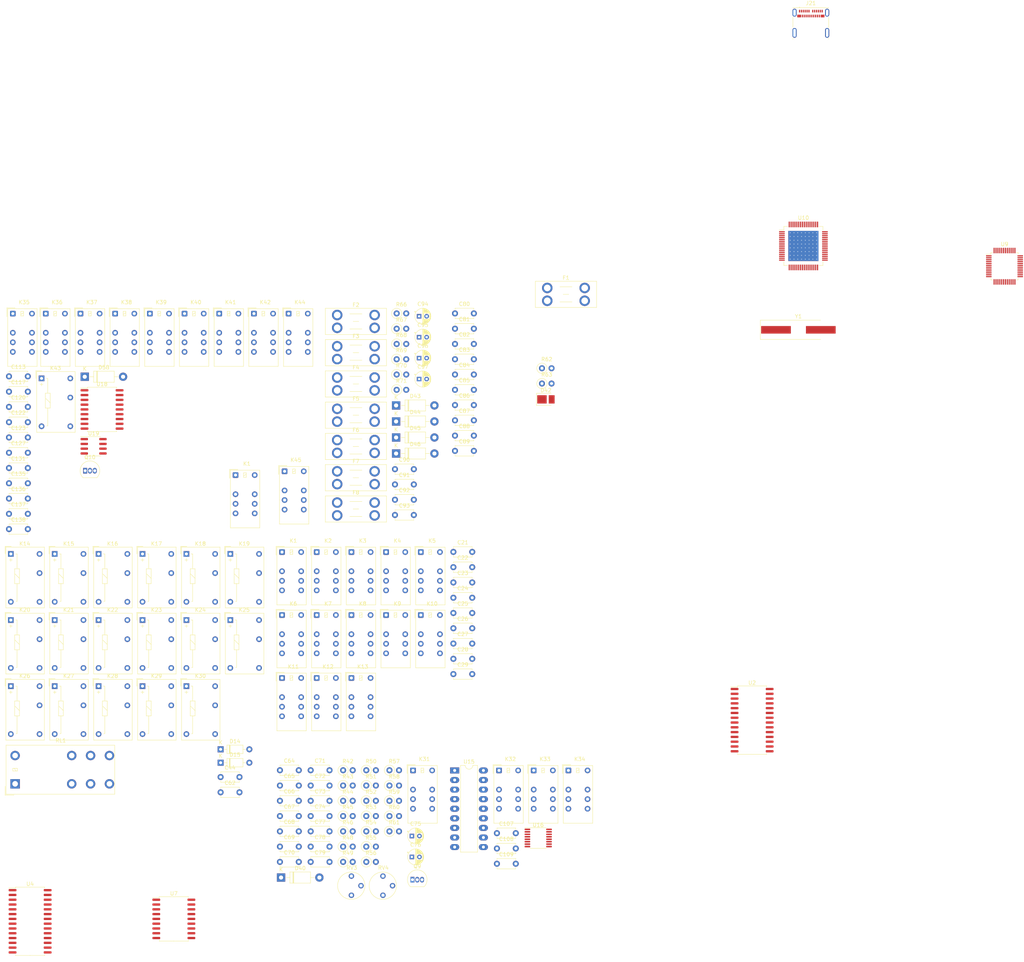
<source format=kicad_pcb>
(kicad_pcb (version 20240108) (generator "pcbnew") (generator_version "8.0")
  (layers (0 "F.Cu" signal) (31 "B.Cu" signal) (34 "B.Paste" user) (35 "F.Paste" user) (36 "B.SilkS" user "B.Silkscreen") (37 "F.SilkS" user "F.Silkscreen") (38 "B.Mask" user) (39 "F.Mask" user) (44 "Edge.Cuts" user))
  (net 0 "")
  (net 1 "Earth")
  (net 2 "+12V")
  (net 3 "Net-(D8-K)")
  (net 4 "+5V")
  (net 5 "Net-(D9-K)")
  (net 6 "Net-(D10-K)")
  (net 7 "Net-(D11-K)")
  (net 8 "Net-(D12-K)")
  (net 9 "Net-(D13-K)")
  (net 10 "Net-(J13-In)")
  (net 11 "Net-(C64-Pad2)")
  (net 12 "Net-(T2-SD)")
  (net 13 "Net-(T2-AA)")
  (net 14 "Net-(C66-Pad2)")
  (net 15 "Net-(T2-AB)")
  (net 16 "Net-(C67-Pad2)")
  (net 17 "Net-(C69-Pad2)")
  (net 18 "Net-(T3-AA)")
  (net 19 "Net-(C70-Pad2)")
  (net 20 "Net-(T3-AB)")
  (net 21 "Net-(C71-Pad2)")
  (net 22 "Net-(C72-Pad1)")
  (net 23 "Net-(C73-Pad2)")
  (net 24 "Net-(C74-Pad2)")
  (net 25 "Net-(C75-Pad1)")
  (net 26 "+BATT")
  (net 27 "Net-(Q9-E)")
  (net 28 "+1V1")
  (net 29 "+3.3V")
  (net 30 "Net-(U10-XI)")
  (net 31 "Net-(U10-XO)")
  (net 32 "Net-(C86-Pad1)")
  (net 33 "Net-(C87-Pad1)")
  (net 34 "Net-(C88-Pad1)")
  (net 35 "GND")
  (net 36 "Net-(U12-EN)")
  (net 37 "Net-(U12-VBST)")
  (net 38 "Net-(U12-SW)")
  (net 39 "Net-(C93-Pad1)")
  (net 40 "Net-(D43-A)")
  (net 41 "Net-(J29-Pin_8)")
  (net 42 "Net-(D50-K)")
  (net 43 "Net-(D51-K)")
  (net 44 "Net-(D52-K)")
  (net 45 "Net-(D53-K)")
  (net 46 "Net-(D54-K)")
  (net 47 "Net-(D55-K)")
  (net 48 "Net-(D56-K)")
  (net 49 "Net-(D57-K)")
  (net 50 "Net-(D60-K)")
  (net 51 "Net-(D14-K)")
  (net 52 "Net-(D14-A)")
  (net 53 "Net-(D15-K)")
  (net 54 "Net-(D15-A)")
  (net 55 "Net-(D40-K)")
  (net 56 "Net-(D40-A)")
  (net 57 "Net-(D42-A)")
  (net 58 "Net-(D44-A)")
  (net 59 "Net-(D45-A)")
  (net 60 "Net-(D46-A)")
  (net 61 "Net-(D58-K)")
  (net 62 "Net-(J20-VBUS1)")
  (net 63 "-BATT")
  (net 64 "Net-(D43-K)")
  (net 65 "Net-(JP2-C)")
  (net 66 "Net-(JP1-C)")
  (net 69 "Net-(K1-Pad10)")
  (net 70 "Net-(J4-In)")
  (net 71 "Net-(C7-Pad1)")
  (net 72 "Net-(C14-Pad2)")
  (net 73 "Net-(K1-Pad9)")
  (net 74 "Net-(D1-K)")
  (net 75 "Net-(K2-Pad10)")
  (net 76 "Net-(J2-In)")
  (net 77 "Net-(J1-In)")
  (net 78 "Net-(K2-Pad9)")
  (net 79 "Net-(D2-K)")
  (net 80 "Net-(K3-Pad10)")
  (net 81 "Net-(C1-Pad1)")
  (net 82 "Net-(C15-Pad1)")
  (net 83 "Net-(K3-Pad9)")
  (net 84 "Net-(D3-K)")
  (net 85 "Net-(K4-Pad10)")
  (net 86 "Net-(C2-Pad1)")
  (net 87 "Net-(C16-Pad1)")
  (net 88 "Net-(K4-Pad9)")
  (net 89 "Net-(D4-K)")
  (net 90 "Net-(K5-Pad10)")
  (net 91 "Net-(C3-Pad1)")
  (net 92 "Net-(C17-Pad1)")
  (net 93 "Net-(K5-Pad9)")
  (net 94 "Net-(D5-K)")
  (net 95 "Net-(K6-Pad10)")
  (net 96 "Net-(C4-Pad1)")
  (net 97 "Net-(C18-Pad1)")
  (net 98 "Net-(K6-Pad9)")
  (net 99 "Net-(D6-K)")
  (net 100 "Net-(K7-Pad10)")
  (net 101 "Net-(C5-Pad1)")
  (net 102 "Net-(C19-Pad1)")
  (net 103 "Net-(K7-Pad9)")
  (net 104 "Net-(D7-K)")
  (net 105 "Net-(K8-Pad10)")
  (net 106 "Net-(C6-Pad1)")
  (net 107 "Net-(C20-Pad1)")
  (net 108 "Net-(J3-In)")
  (net 109 "Net-(K9-Pad10)")
  (net 110 "Net-(K10-Pad9)")
  (net 111 "Net-(C35-Pad1)")
  (net 112 "Net-(C30-Pad2)")
  (net 113 "Net-(J6-In)")
  (net 114 "Net-(K10-Pad10)")
  (net 115 "Net-(K10-Pad4)")
  (net 116 "Net-(C36-Pad1)")
  (net 117 "Net-(C31-Pad2)")
  (net 118 "Net-(K11-Pad10)")
  (net 119 "Net-(K11-Pad4)")
  (net 120 "Net-(C37-Pad1)")
  (net 121 "Net-(C32-Pad2)")
  (net 122 "Net-(K12-Pad10)")
  (net 123 "Net-(K12-Pad4)")
  (net 124 "Net-(C38-Pad1)")
  (net 125 "Net-(C33-Pad2)")
  (net 126 "Net-(K13-Pad10)")
  (net 128 "Net-(C39-Pad1)")
  (net 129 "Net-(C34-Pad2)")
  (net 130 "Net-(U5-O5)")
  (net 131 "Net-(K14-Pad7)")
  (net 133 "Net-(C48-Pad1)")
  (net 134 "Net-(U5-O6)")
  (net 136 "Net-(C53-Pad1)")
  (net 137 "Net-(U5-O7)")
  (net 139 "Net-(C49-Pad1)")
  (net 140 "Net-(U5-O8)")
  (net 142 "Net-(C51-Pad1)")
  (net 143 "Net-(U5-O1)")
  (net 145 "Net-(C58-Pad1)")
  (net 146 "Net-(U5-O2)")
  (net 148 "Net-(C56-Pad1)")
  (net 149 "Net-(U5-O3)")
  (net 151 "Net-(C60-Pad1)")
  (net 152 "Net-(U5-O4)")
  (net 154 "Net-(C57-Pad1)")
  (net 155 "Net-(U6-O7)")
  (net 156 "Net-(K22-Pad10)")
  (net 157 "Net-(K22-Pad12)")
  (net 158 "Net-(U8-O5)")
  (net 159 "Net-(K23-Pad7)")
  (net 160 "Net-(K23-Pad10)")
  (net 162 "Net-(U8-O6)")
  (net 163 "Net-(K24-Pad7)")
  (net 165 "Net-(U8-O7)")
  (net 167 "Net-(U8-O8)")
  (net 168 "Net-(K26-Pad10)")
  (net 170 "Net-(U8-O2)")
  (net 171 "Net-(K27-Pad7)")
  (net 173 "Net-(U8-O3)")
  (net 174 "Net-(K28-Pad7)")
  (net 176 "Net-(U8-O4)")
  (net 178 "Net-(U8-O1)")
  (net 179 "Net-(K30-Pad10)")
  (net 181 "Net-(JP4-C)")
  (net 182 "Net-(J17-In)")
  (net 183 "Net-(J15-In)")
  (net 184 "Net-(J14-In)")
  (net 185 "Net-(K32-Pad10)")
  (net 186 "Net-(K32-Pad4)")
  (net 187 "Net-(C98-Pad1)")
  (net 188 "Net-(C104-Pad1)")
  (net 190 "Net-(D47-K)")
  (net 191 "Net-(K33-Pad10)")
  (net 192 "Net-(K33-Pad4)")
  (net 193 "Net-(C99-Pad1)")
  (net 194 "Net-(C105-Pad1)")
  (net 195 "Net-(D48-K)")
  (net 196 "Net-(K34-Pad10)")
  (net 198 "Net-(C100-Pad1)")
  (net 199 "Net-(C106-Pad1)")
  (net 200 "Net-(D49-K)")
  (net 201 "Net-(K35-Pad10)")
  (net 202 "Net-(K35-Pad4)")
  (net 203 "Net-(C110-Pad1)")
  (net 204 "Net-(C111-Pad1)")
  (net 205 "Net-(J30-In)")
  (net 206 "Net-(K36-Pad10)")
  (net 207 "Net-(K36-Pad4)")
  (net 208 "Net-(C114-Pad1)")
  (net 209 "Net-(C115-Pad1)")
  (net 210 "Net-(K37-Pad10)")
  (net 211 "Net-(K37-Pad4)")
  (net 212 "Net-(C118-Pad1)")
  (net 213 "Net-(C119-Pad1)")
  (net 214 "Net-(K38-Pad10)")
  (net 215 "Net-(K38-Pad4)")
  (net 216 "Net-(C124-Pad1)")
  (net 217 "Net-(C125-Pad1)")
  (net 218 "Net-(K39-Pad10)")
  (net 219 "Net-(K39-Pad4)")
  (net 220 "Net-(C128-Pad1)")
  (net 221 "Net-(C129-Pad1)")
  (net 222 "Net-(K40-Pad10)")
  (net 223 "Net-(K40-Pad4)")
  (net 224 "Net-(C132-Pad1)")
  (net 225 "Net-(C133-Pad1)")
  (net 226 "Net-(K41-Pad10)")
  (net 228 "Net-(J32-In)")
  (net 229 "Net-(J33-In)")
  (net 230 "Net-(K42-Pad10)")
  (net 231 "Net-(J36-In)")
  (net 232 "Net-(J34-In)")
  (net 233 "Net-(J35-In)")
  (net 238 "Net-(K44-Pad10)")
  (net 240 "Net-(C140-Pad1)")
  (net 241 "Net-(C139-Pad2)")
  (net 243 "Net-(Q9-B)")
  (net 246 "Net-(Q10-K)")
  (net 247 "Net-(R42-Pad2)")
  (net 248 "Net-(T2-SA)")
  (net 249 "Net-(Q2-Pad1)")
  (net 250 "Net-(R46-Pad2)")
  (net 251 "Net-(Q3-Pad1)")
  (net 252 "Net-(Q4-Pad1)")
  (net 253 "Net-(T3-SD)")
  (net 254 "Net-(T3-SA)")
  (net 255 "Net-(Q5-Pad1)")
  (net 256 "Net-(Q6-Pad1)")
  (net 257 "Net-(R56-Pad2)")
  (net 258 "Net-(T4-AB)")
  (net 259 "Net-(T4-AA)")
  (net 260 "Net-(R61-Pad1)")
  (net 261 "Net-(U10-USB_R1)")
  (net 262 "Net-(U12-VFB)")
  (net 263 "Net-(RL1-Pad2)")
  (net 264 "Net-(J12-In)")
  (net 265 "Net-(J11-In)")
  (net 266 "Net-(D31-K)")
  (net 267 "Net-(U2-GPB0)")
  (net 268 "Net-(U2-GPB1)")
  (net 269 "Net-(U2-GPB2)")
  (net 270 "Net-(U2-GPB3)")
  (net 271 "Net-(U2-GPB4)")
  (net 272 "Net-(U2-GPB5)")
  (net 273 "Net-(U2-GPB6)")
  (net 274 "Net-(U2-GPB7)")
  (net 276 "Net-(J5-Pin_7)")
  (net 277 "Net-(J5-Pin_5)")
  (net 282 "Net-(U1-I1)")
  (net 283 "Net-(U1-I2)")
  (net 284 "Net-(U1-I3)")
  (net 285 "Net-(U1-I4)")
  (net 286 "Net-(U1-I5)")
  (net 287 "Net-(U1-I6)")
  (net 288 "Net-(U1-I7)")
  (net 289 "Net-(U1-I8)")
  (net 290 "Net-(U4-GPB0)")
  (net 291 "Net-(U4-GPB1)")
  (net 292 "Net-(U4-GPB2)")
  (net 293 "Net-(U4-GPB3)")
  (net 294 "Net-(U4-GPB4)")
  (net 295 "Net-(U4-GPB5)")
  (net 296 "Net-(U4-GPB6)")
  (net 297 "Net-(U4-GPB7)")
  (net 299 "Net-(J10-Pin_7)")
  (net 300 "Net-(J10-Pin_5)")
  (net 305 "Net-(U4-GPA0)")
  (net 306 "Net-(U4-GPA1)")
  (net 307 "Net-(U4-GPA2)")
  (net 308 "Net-(U4-GPA3)")
  (net 309 "Net-(U4-GPA4)")
  (net 310 "Net-(U4-GPA5)")
  (net 311 "Net-(U4-GPA6)")
  (net 312 "Net-(U4-GPA7)")
  (net 316 "Net-(U7-GP0)")
  (net 317 "Net-(U7-GP1)")
  (net 318 "Net-(U7-GP2)")
  (net 319 "Net-(U7-GP3)")
  (net 320 "Net-(U7-GP4)")
  (net 321 "Net-(U7-GP5)")
  (net 322 "Net-(U7-GP6)")
  (net 323 "Net-(U7-GP7)")
  (net 334 "GNDD")
  (net 344 "GNDA")
  (net 347 "Net-(U9-MICIN)")
  (net 348 "Net-(U9-LOL)")
  (net 350 "Net-(U9-LOR)")
  (net 354 "Net-(U10-USB_DP_DN4)")
  (net 355 "Net-(U10-USB_DM_DN4)")
  (net 379 "Net-(JP3-C)")
  (net 380 "Net-(K1-Pad4)")
  (net 386 "Net-(JP3-A)")
  (net 387 "Net-(JP4-A)")
  (net 393 "Net-(J20-D1+)")
  (net 394 "Net-(J20-D1-)")
  (net 399 "Net-(J20-D2+)")
  (net 400 "Net-(J20-D2-)")
  (net 410 "Net-(U15-I1)")
  (net 411 "Net-(U15-I2)")
  (net 412 "Net-(U15-I3)")
  (net 413 "Net-(U15-I4)")
  (net 414 "Net-(U15-I5)")
  (net 415 "Net-(U15-I6)")
  (net 416 "Net-(U15-I7)")
  (net 417 "Net-(U15-I8)")
  (net 424 "Net-(J29-Pin_5)")
  (net 425 "Net-(J29-Pin_7)")
  (net 426 "Net-(J29-Pin_1)")
  (net 427 "Net-(J29-Pin_9)")
  (net 428 "Net-(J31-Pin_5)")
  (net 429 "Net-(J31-Pin_7)")
  (net 433 "Net-(U17-I1)")
  (net 434 "Net-(U17-I2)")
  (net 435 "Net-(U17-I3)")
  (net 436 "Net-(U17-I4)")
  (net 437 "Net-(U17-I5)")
  (net 438 "Net-(U17-I6)")
  (net 439 "Net-(U17-I7)")
  (net 440 "Net-(U17-I8)")
  (net 448 "Net-(J7-Ext)")
  (net 449 "Net-(K2-Pad4)")
  (net 451 "Net-(K45-Pad10)")
  (net 452 "Net-(J38-In)")
  (net 453 "Net-(J37-In)")
  (net 454 "Net-(D62-K)")
  (footprint "Diode_THT:D_DO-35_SOD27_P7.62mm_Horizontal" (layer "F.Cu") (at 75.465 140.195)
    (property "Reference" "D15")
    (property "Value" "1N4148")
  )
  (footprint "Resistor_THT:R_Axial_DIN0207_L6.3mm_D2.5mm_P2.54mm_Vertical" (layer "F.Cu") (at 160.635 35.595)
    (property "Reference" "R62")
    (property "Value" "10M")
  )
  (footprint "Capacitor_THT:C_Disc_D4.7mm_W2.5mm_P5.00mm" (layer "F.Cu") (at 19.375 66.095)
    (property "Reference" "C135")
    (property "Value" "0.1u")
  )
  (footprint "Diode_THT:D_DO-41_SOD81_P10.16mm_Horizontal" (layer "F.Cu") (at 121.975 53.955)
    (property "Reference" "D45")
    (property "Value" "1N4001")
  )
  (footprint "Capacitor_THT:CP_Radial_D4.0mm_P2.00mm" (layer "F.Cu") (at 126.159801 165.185)
    (property "Reference" "C76")
    (property "Value" "470u")
  )
  (footprint "Capacitor_THT:C_Disc_D4.7mm_W2.5mm_P5.00mm" (layer "F.Cu") (at 19.375 49.895)
    (property "Reference" "C122")
    (property "Value" "0.1u")
  )
  (footprint "Package_SO:SOIC-28W_7.5x17.9mm_P1.27mm" (layer "F.Cu") (at 24.97 182.245)
    (property "Reference" "U4")
    (property "Value" "MCP23017_SO")
  )
  (footprint "Relay_THT:Relay_DPDT_Kemet_EC2" (layer "F.Cu") (at 47.515 21.1)
    (property "Reference" "K38")
    (property "Value" "EC2-5SNU")
  )
  (footprint "Resistor_THT:R_Axial_DIN0207_L6.3mm_D2.5mm_P2.54mm_Vertical" (layer "F.Cu") (at 122.125 33.205)
    (property "Reference" "R69")
    (property "Value" "10M")
  )
  (footprint "Relay_THT:Relay_DPDT_Kemet_EC2" (layer "F.Cu") (at 119.325 101.035)
    (property "Reference" "K9")
    (property "Value" "EC2-5SNU")
  )
  (footprint "Capacitor_THT:C_Disc_D4.7mm_W2.5mm_P5.00mm" (layer "F.Cu") (at 137.585 41.305)
    (property "Reference" "C85")
    (property "Value" "18p")
  )
  (footprint "Capacitor_THT:C_Disc_D4.7mm_W2.5mm_P5.00mm" (layer "F.Cu") (at 137.155 100.495)
    (property "Reference" "C25")
    (property "Value" "0.1u")
  )
  (footprint "Capacitor_THT:C_Disc_D4.7mm_W2.5mm_P5.00mm" (layer "F.Cu") (at 148.695 166.985)
    (property "Reference" "C109")
    (property "Value" "0.1u")
  )
  (footprint "Capacitor_THT:C_Disc_D4.7mm_W2.5mm_P5.00mm" (layer "F.Cu") (at 99.335 146.245)
    (property "Reference" "C72")
    (property "Value" "0.1u")
  )
  (footprint "Capacitor_THT:C_Disc_D4.7mm_W2.5mm_P5.00mm" (layer "F.Cu") (at 148.695 162.935)
    (property "Reference" "C108")
    (property "Value" "0.1u")
  )
  (footprint "Resistor_THT:R_Axial_DIN0207_L6.3mm_D2.5mm_P2.54mm_Vertical" (layer "F.Cu") (at 160.635 39.645)
    (property "Reference" "R63")
    (property "Value" "9.53K")
  )
  (footprint "Capacitor_THT:C_Disc_D4.7mm_W2.5mm_P5.00mm" (layer "F.Cu") (at 148.695 158.885)
    (property "Reference" "C107")
    (property "Value" "0.1u")
  )
  (footprint "Resistor_THT:R_Axial_DIN0207_L6.3mm_D2.5mm_P2.54mm_Vertical" (layer "F.Cu") (at 107.935 154.345)
    (property "Reference" "R45")
    (property "Value" "22")
  )
  (footprint "Resistor_THT:R_Axial_DIN0207_L6.3mm_D2.5mm_P2.54mm_Vertical" (layer "F.Cu") (at 114.075 166.495)
    (property "Reference" "R56")
    (property "Value" "2.2K")
  )
  (footprint "Capacitor_THT:C_Disc_D4.7mm_W2.5mm_P5.00mm" (layer "F.Cu") (at 137.585 37.255)
    (property "Reference" "C84")
    (property "Value" "18p")
  )
  (footprint "Capacitor_THT:C_Disc_D4.7mm_W2.5mm_P5.00mm" (layer "F.Cu") (at 99.335 158.395)
    (property "Reference" "C77")
    (property "Value" "0.1u")
  )
  (footprint "Relay_THT:Relay_SPDT_Omron_G6E" (layer "F.Cu") (at 66.4 84.83)
    (property "Reference" "K18")
    (property "Value" "G6E")
  )
  (footprint "Resistor_THT:R_Axial_DIN0207_L6.3mm_D2.5mm_P2.54mm_Vertical" (layer "F.Cu") (at 120.215 150.295)
    (property "Reference" "R59")
    (property "Value" "220")
  )
  (footprint "Diode_THT:D_DO-41_SOD81_P10.16mm_Horizontal" (layer "F.Cu") (at 39.455 37.845)
    (property "Reference" "D58")
    (property "Value" "1N4001")
  )
  (footprint "Relay_THT:Relay_DPDT_Kemet_EC2" (layer "F.Cu") (at 128.52 101.035)
    (property "Reference" "K10")
    (property "Value" "EC2-5SNU")
  )
  (footprint "Crystal:Crystal_SMD_HC49-SD_HandSoldering" (layer "F.Cu") (at 228.6 25.4)
    (property "Reference" "Y1")
    (property "Value" "24Mhz")
  )
  (footprint "Package_SO:SOIC-8_3.9x4.9mm_P1.27mm" (layer "F.Cu") (at 41.805 56.285)
    (property "Reference" "U19")
    (property "Value" "LM555xM")
  )
  (footprint "Relay_THT:Relay_SPDT_Omron_G6E" (layer "F.Cu") (at 19.86 119.9)
    (property "Reference" "K26")
    (property "Value" "G6E")
  )
  (footprint "Capacitor_THT:C_Disc_D4.7mm_W2.5mm_P5.00mm" (layer "F.Cu") (at 19.375 37.745)
    (property "Reference" "C113")
    (property "Value" "0.1u")
  )
  (footprint "Diode_THT:D_DO-41_SOD81_P10.16mm_Horizontal" (layer "F.Cu") (at 91.485 170.645)
    (property "Reference" "D40")
    (property "Value" "1N4001")
  )
  (footprint "Relay_THT:Relay_DPDT_Kemet_EC2" (layer "F.Cu") (at 92.42 62.92)
    (property "Reference" "K45")
    (property "Value" "EC2-5SNU")
  )
  (footprint "Relay_THT:Relay_DPDT_Kemet_EC2" (layer "F.Cu") (at 149.25 142.24)
    (property "Reference" "K32")
    (property "Value" "EC2-5SNU")
  )
  (footprint "Resistor_THT:R_Axial_DIN0207_L6.3mm_D2.5mm_P2.54mm_Vertical" (layer "F.Cu") (at 114.075 154.345)
    (property "Reference" "R53")
    (property "Value" "1K")
  )
  (footprint "Capacitor_THT:C_Disc_D4.7mm_W2.5mm_P5.00mm" (layer "F.Cu") (at 137.585 53.455)
    (property "Reference" "C88")
    (property "Value" "0.1u")
  )
  (footprint "Relay_THT:Relay_DPDT_Kemet_EC2" (layer "F.Cu") (at 110.13 84.34)
    (property "Reference" "K3")
    (property "Value" "EC2-5SNU")
  )
  (footprint "Fuse:Fuseholder_Blade_Mini_Keystone_3568" (layer "F.Cu") (at 106.365 21.475)
    (property "Reference" "F2")
    (property "Value" "30A")
  )
  (footprint "Fuse:Fuseholder_Blade_Mini_Keystone_3568" (layer "F.Cu") (at 106.365 71.215)
    (property "Reference" "F8")
    (property "Value" "250mA")
  )
  (footprint "Relay_THT:Relay_SPDT_Omron_G6E" (layer "F.Cu") (at 66.4 119.9)
    (property "Reference" "K30")
    (property "Value" "G6E")
  )
  (footprint "Package_SO:SOIC-18W_7.5x11.6mm_P1.27mm" (layer "F.Cu") (at 63.07 181.61)
    (property "Reference" "U7")
    (property "Value" "MCP23008-xSO")
  )
  (footprint "Relay_THT:Relay_DPDT_Kemet_EC2" (layer "F.Cu") (at 91.74 117.73)
    (property "Reference" "K11")
    (property "Value" "EC2-5SNU")
  )
  (footprint "Relay_THT:Relay_DPDT_Kemet_EC2" (layer "F.Cu") (at 126.46 142.24)
    (property "Reference" "K31")
    (property "Value" "EC2-5SNU")
  )
  (footprint "Resistor_THT:R_Axial_DIN0207_L6.3mm_D2.5mm_P2.54mm_Vertical" (layer "F.Cu") (at 122.125 29.155)
    (property "Reference" "R68")
    (property "Value" "10M")
  )
  (footprint "Resistor_THT:R_Axial_DIN0207_L6.3mm_D2.5mm_P2.54mm_Vertical" (layer "F.Cu") (at 107.935 166.495)
    (property "Reference" "R49")
    (property "Value" "22")
  )
  (footprint "Capacitor_THT:CP_Radial_D4.0mm_P2.00mm" (layer "F.Cu") (at 128.069801 32.905)
    (property "Reference" "C96")
    (property "Value" "10u")
  )
  (footprint "Resistor_THT:R_Axial_DIN0207_L6.3mm_D2.5mm_P2.54mm_Vertical" (layer "F.Cu") (at 114.075 150.295)
    (property "Reference" "R52")
    (property "Value" "1K")
  )
  (footprint "Relay_THT:Relay_DPDT_Kemet_EC2" (layer "F.Cu") (at 38.32 21.1)
    (property "Reference" "K37")
    (property "Value" "EC2-5SNU")
  )
  (footprint "Capacitor_THT:C_Disc_D4.7mm_W2.5mm_P5.00mm" (layer "F.Cu") (at 19.375 74.195)
    (property "Reference" "C137")
    (property "Value" "0.1u")
  )
  (footprint "Relay_THT:Relay_SPDT_Omron_G6E" (layer "F.Cu") (at 31.495 102.365)
    (property "Reference" "K21")
    (property "Value" "G6E")
  )
  (footprint "Resistor_THT:R_Axial_DIN0207_L6.3mm_D2.5mm_P2.54mm_Vertical" (layer "F.Cu") (at 114.075 162.445)
    (property "Reference" "R55")
    (property "Value" "22")
  )
  (footprint "Relay_THT:Relay_DPDT_Kemet_EC2" (layer "F.Cu") (at 158.445 142.24)
    (property "Reference" "K33")
    (property "Value" "EC2-5SNU")
  )
  (footprint "Capacitor_THT:C_Disc_D4.7mm_W2.5mm_P5.00mm" (layer "F.Cu") (at 137.585 49.405)
    (property "Reference" "C87")
    (property "Value" "0.1u")
  )
  (footprint "Capacitor_THT:C_Disc_D4.7mm_W2.5mm_P5.00mm" (layer "F.Cu") (at 137.585 57.505)
    (property "Reference" "C89")
    (property "Value" "0.1u")
  )
  (footprint "Capacitor_THT:C_Disc_D4.7mm_W2.5mm_P5.00mm" (layer "F.Cu") (at 121.675 74.505)
    (property "Reference" "C93")
    (property "Value" "47u")
  )
  (footprint "Relay_THT:Relay_SPDT_Omron_G6E" (layer "F.Cu") (at 19.86 84.83)
    (property "Reference" "K14")
    (property "Value" "G6E")
  )
  (footprint "Capacitor_THT:C_Disc_D4.7mm_W2.5mm_P5.00mm" (layer "F.Cu") (at 19.375 70.145)
    (property "Reference" "C136")
    (property "Value" "0.1u")
  )
  (footprint "Diode_THT:D_DO-35_SOD27_P7.62mm_Horizontal" (layer "F.Cu") (at 75.465 136.645)
    (property "Reference" "D14")
    (property "Value" "1N4148")
  )
  (footprint "Relay_THT:Relay_SPDT_Omron_G6E" (layer "F.Cu") (at 43.13 84.83)
    (property "Reference" "K16")
    (property "Value" "G6E")
  )
  (footprint "Package_SO:SOIC-18W_7.5x11.6mm_P1.27mm" (layer "F.Cu") (at 44.035 46.515)
    (property "Reference" "U18")
    (property "Value" "MCP23008-xSO")
  )
  (footprint "Resistor_THT:R_Axial_DIN0207_L6.3mm_D2.5mm_P2.54mm_Vertical" (layer "F.Cu") (at 107.935 146.245)
    (property "Reference" "R43")
    (property "Value" "1K")
  )
  (footprint "Capacitor_THT:C_Disc_D4.7mm_W2.5mm_P5.00mm" (layer "F.Cu") (at 91.185 166.495)
    (property "Reference" "C70")
    (property "Value" "0.1u")
  )
  (footprint "Package_SO:TSSOP-16_4.4x5mm_P0.65mm" (layer "F.Cu") (at 159.645 160.155)
    (property "Reference" "U16")
    (property "Value" "74HC596")
  )
  (footprint "Capacitor_THT:CP_Radial_D4.0mm_P2.00mm" (layer "F.Cu") (at 128.069801 21.805)
    (property "Reference" "C94")
    (property "Value" "220u")
  )
  (footprint "Relay_THT:Relay_DPDT_Panasonic_JW2" (layer "F.Cu") (at 21 145.795)
    (property "Reference" "RL1")
    (property "Value" "Bypass")
  )
  (footprint "Capacitor_THT:C_Disc_D4.7mm_W2.5mm_P5.00mm" (layer "F.Cu") (at 19.375 45.845)
    (property "Reference" "C120")
    (property "Value" "0.1u")
  )
  (footprint "Relay_THT:Relay_DPDT_Kemet_EC2" (layer "F.Cu") (at 100.935 84.34)
    (property "Reference" "K2")
    (property "Value" "EC2-5SNU")
  )
  (footprint "Fuse:Fuseholder_Blade_Mini_Keystone_3568" (layer "F.Cu") (at 106.365 62.925)
    (property "Reference" "F7")
    (property "Value" "250mA")
  )
  (footprint "Connector_USB:USB_C_Receptacle_Molex_105450-0101" (layer "F.Cu") (at 231.9 -55.895)
    (property "Reference" "J21")
    (property "Value" "USB")
  )
  (footprint "Capacitor_THT:C_Disc_D4.7mm_W2.5mm_P5.00mm" (layer "F.Cu") (at 19.375 57.995)
    (property "Reference" "C127")
    (property "Value" "0.1u")
  )
  (footprint "Capacitor_THT:C_Disc_D4.7mm_W2.5mm_P5.00mm" (layer "F.Cu") (at 91.185 146.245)
    (property "Reference" "C65")
    (property "Value" "0.1u")
  )
  (footprint "Capacitor_THT:CP_Radial_D4.0mm_P2.00mm" (layer "F.Cu") (at 128.069801 27.355)
    (property "Reference" "C95")
    (property "Value" "220u")
  )
  (footprint "Diode_THT:D_DO-41_SOD81_P10.16mm_Horizontal" (layer "F.Cu") (at 121.975 58.205)
    (property "Reference" "D46")
    (property "Value" "1N4001")
  )
  (footprint "Potentiometer_THT:Potentiometer_Vishay_T7-YA_Single_Vertical" (layer "F.Cu") (at 110.131 175.345)
    (property "Reference" "RV3")
    (property "Value" "10K")
  )
  (footprint "Fuse:Fuseholder_Blade_Mini_Keystone_3568" (layer "F.Cu") (at 106.365 54.635)
    (property "Reference" "F6")
    (property "Value" "3A")
  )
  (footprint "Relay_THT:Relay_SPDT_Omron_G6E" (layer "F.Cu") (at 43.13 119.9)
    (property "Reference" "K28")
    (property "Value" "G6E")
  )
  (footprint "Package_TO_SOT_THT:TO-92_Inline" (layer "F.Cu") (at 39.565 62.765)
    (property "Reference" "Q10")
    (property "Value" "BT169B")
  )
  (footprint "Relay_THT:Relay_SPDT_Omron_G6E" (layer "F.Cu") (at 54.765 102.365)
    (property "Reference" "K23")
    (property "Value" "G6E")
  )
  (footprint "Capacitor_THT:C_Disc_D4.7mm_W2.5mm_P5.00mm" (layer "F.Cu") (at 91.185 158.395)
    (property "Reference" "C68")
    (property "Value" "0.1u")
  )
  (footprint "Capacitor_THT:C_Disc_D4.7mm_W2.5mm_P5.00mm" (layer "F.Cu") (at 137.585 29.155)
    (property "Reference" "C82")
    (property "Value" "10u")
  )
  (footprint "Capacitor_THT:C_Disc_D4.7mm_W2.5mm_P5.00mm" (layer "F.Cu") (at 91.185 142.195)
    (property "Reference" "C64")
    (property "Value" "0.1u")
  )
  (footprint "Package_SO:SOIC-28W_7.5x17.9mm_P1.27mm" (layer "F.Cu") (at 216.33 128.905)
    (property "Reference" "U2")
    (property "Value" "MCP23017_SO")
  )
  (footprint "Relay_THT:Relay_DPDT_Kemet_EC2" (layer "F.Cu") (at 65.905 21.1)
    (property "Reference" "K40")
    (property "Value" "EC2-5SNU")
  )
  (footprint "Potentiometer_THT:Potentiometer_Vishay_T7-YA_Single_Vertical" (layer "F.Cu") (at 118.491 175.345)
    (property "Reference" "RV4")
    (property "Value" "10K")
  )
  (footprint "Relay_THT:Relay_DPDT_Kemet_EC2" (layer "F.Cu") (at 79.42 63.92)
    (property "Reference" "K1")
    (property "Value" "EC2-5SNU")
  )
  (footprint "Capacitor_THT:C_Disc_D4.7mm_W2.5mm_P5.00mm" (layer "F.Cu") (at 91.185 150.295)
    (property "Reference" "C66")
    (property "Value" "0.1u")
  )
  (footprint "Relay_THT:Relay_DPDT_Kemet_EC2" (layer "F.Cu") (at 100.935 117.73)
    (property "Reference" "K12")
    (property "Value" "EC2-5SNU")
  )
  (footprint "Capacitor_THT:C_Disc_D4.7mm_W2.5mm_P5.00mm" (layer "F.Cu") (at 121.675 62.355)
    (property "Reference" "C90")
    (property "Value" "10u")
  )
  (footprint "Capacitor_THT:CP_Radial_D4.0mm_P2.00mm" (layer "F.Cu") (at 128.069801 38.455)
    (property "Reference" "C97")
    (property "Value" "10u")
  )
  (footprint "Capacitor_THT:C_Disc_D4.7mm_W2.5mm_P5.00mm" (layer "F.Cu") (at 137.155 88.345)
    (property "Reference" "C22")
    (property "Value" "0.1u")
  )
  (footprint "Capacitor_THT:C_Disc_D4.7mm_W2.5mm_P5.00mm" (layer "F.Cu") (at 137.585 33.205)
    (property "Reference" "C83")
    (property "Value" "10u")
  )
  (footprint "Capacitor_THT:C_Disc_D4.7mm_W2.5mm_P5.00mm" (layer "F.Cu") (at 137.585 45.355)
    (property "Reference" "C86")
    (property "Value" "0.1u")
  )
  (footprint "Resistor_THT:R_Axial_DIN0207_L6.3mm_D2.5mm_P2.54mm_Vertical" (layer "F.Cu") (at 107.935 142.195)
    (property "Reference" "R42")
    (property "Value" "1K")
  )
  (footprint "LED_SMD:LED_PLCC_2835_Handsoldering" (layer "F.Cu") (at 161.685 43.845)
    (property "Reference" "D42")
    (property "Value" "LED-Green")
  )
  (footprint "Capacitor_THT:C_Disc_D4.7mm_W2.5mm_P5.00mm" (layer "F.Cu") (at 99.335 162.445)
    (property "Reference" "C78")
    (property "Value" "0.1u")
  )
  (footprint "Relay_THT:Relay_SPDT_Omron_G6E" (layer "F.Cu") (at 54.765 119.9)
    (property "Reference" "K29")
    (property "Value" "G6E")
  )
  (footprint "Capacitor_THT:C_Disc_D4.7mm_W2.5mm_P5.00mm" (layer "F.Cu") (at 19.375 78.245)
    (property "Reference" "C138")
    (property "Value" "0.1u")
  )
  (footprint "Capacitor_THT:C_Disc_D4.7mm_W2.5mm_P5.00mm" (layer "F.Cu") (at 91.185 162.445)
    (property "Reference" "C69")
    (property "Value" "0.1u")
  )
  (footprint "Capacitor_THT:C_Disc_D4.7mm_W2.5mm_P5.00mm" (layer "F.Cu") (at 121.675 70.455)
    (property "Reference" "C92")
    (property "Value" "100n")
  )
  (footprint "Resistor_THT:R_Axial_DIN0207_L6.3mm_D2.5mm_P2.54mm_Vertical" (layer "F.Cu") (at 122.125 37.255)
    (property "Reference" "R70")
    (property "Value" "10M")
  )
  (footprint "Fuse:Fuseholder_Blade_Mini_Keystone_3568" (layer "F.Cu") (at 106.365 38.055)
    (property "Reference" "F4")
    (property "Value" "5A")
  )
  (footprint "Relay_THT:Relay_SPDT_Omron_G6E" (layer "F.Cu") (at 28.01 38.28)
    (property "Reference" "K43")
    (property "Value" "G6E")
  )
  (footprint "Resistor_THT:R_Axial_DIN0207_L6.3mm_D2.5mm_P2.54mm_Vertical" (layer "F.Cu") (at 114.075 142.195)
    (property "Reference" "R50")
    (property "Value" "22")
  )
  (footprint "Relay_THT:Relay_DPDT_Kemet_EC2" (layer "F.Cu") (at 100.935 101.035)
    (property "Reference" "K7")
    (property "Value" "EC2-5SNU")
  )
  (footprint "Relay_THT:Relay_DPDT_Kemet_EC2" (layer "F.Cu") (at 91.74 101.035)
    (property "Reference" "K6")
    (property "Value" "EC2-5SNU")
  )
  (footprint "Capacitor_THT:C_Disc_D4.7mm_W2.5mm_P5.00mm" (layer "F.Cu") (at 19.375 53.945)
    (property "Reference" "C123")
    (property "Value" "0.1u")
  )
  (footprint "Capacitor_THT:C_Disc_D4.7mm_W2.5mm_P5.00mm" (layer "F.Cu") (at 137.155 116.695)
    (property "Reference" "C29")
    (property "Value" "0.1u")
  )
  (footprint "Capacitor_THT:C_Disc_D4.7mm_W2.5mm_P5.00mm" (layer "F.Cu") (at 121.675 66.405)
    (property "Reference" "C91")
    (property "Value" "100n")
  )
  (footprint "Fuse:Fuseholder_Blade_Mini_Keystone_3568" (layer "F.Cu") (at 162.04 14.3)
    (property "Reference" "F1")
    (property "Value" "3A")
  )
  (footprint "Capacitor_THT:C_Disc_D4.7mm_W2.5mm_P5.00mm" (layer "F.Cu") (at 75.465 143.995)
    (property "Reference" "C44")
    (property "Value" "0.1u")
  )
  (footprint "Capacitor_THT:C_Disc_D4.7mm_W2.5mm_P5.00mm" (layer "F.Cu") (at 19.375 62.045)
    (property "Reference" "C131")
    (property "Value" "0.1u")
  )
  (footprint "Resistor_THT:R_Axial_DIN0207_L6.3mm_D2.5mm_P2.54mm_Vertical" (layer "F.Cu") (at 122.125 41.305)
    (property "Reference" "R71")
    (property "Value" "10M")
  )
  (footprint "Resistor_THT:R_Axial_DIN0207_L6.3mm_D2.5mm_P2.54mm_Vertical" (layer "F.Cu") (at 120.215 142.195)
    (property "Reference" "R57")
    (property "Value" "47")
  )
  (footprint "Fuse:Fuseholder_Blade_Mini_Keystone_3568" (layer "F.Cu") (at 106.365 29.765)
    (property "Reference" "F3")
    (property "Value" "30A")
  )
  (footprint "Diode_THT:D_DO-41_SOD81_P10.16mm_Horizontal" (layer "F.Cu") (at 121.975 49.705)
    (property "Reference" "D44")
    (property "Value" "1N4001")
  )
  (footprint "Capacitor_THT:C_Disc_D4.7mm_W2.5mm_P5.00mm" (layer "F.Cu") (at 91.185 154.345)
    (property "Reference" "C67")
    (property "Value" "0.1u")
  )
  (footprint "Relay_THT:Relay_DPDT_Kemet_EC2" (layer "F.Cu") (at 110.13 101.035)
    (property "Reference" "K8")
    (property "Value" "EC2-5SNU")
  )
  (footprint "Resistor_THT:R_Axial_DIN0207_L6.3mm_D2.5mm_P2.54mm_Vertical" (layer "F.Cu") (at 107.935 158.395)
    (property "Reference" "R46")
    (property "Value" "2.2K")
  )
  (footprint "Relay_THT:Relay_DPDT_Kemet_EC2" (layer "F.Cu") (at 128.52 84.34)
    (property "Reference" "K5")
    (property "Value" "EC2-5SNU")
  )
  (footprint "Resistor_THT:R_Axial_DIN0207_L6.3mm_D2.5mm_P2.54mm_Vertical" (layer "F.Cu") (at 107.935 162.445)
    (property "Reference" "R48")
    (property "Value" "22")
  )
  (footprint "Relay_THT:Relay_DPDT_Kemet_EC2" (layer "F.Cu") (at 110.13 117.73)
    (property "Reference" "K13")
    (property "Value" "EC2-5SNU")
  )
  (footprint "Capacitor_THT:C_Disc_D4.7mm_W2.5mm_P5.00mm" (layer "F.Cu") (at 75.465 148.045)
    (property "Reference" "C62")
    (property "Value" "0.1u")
  )
  (footprint "Resistor_THT:R_Axial_DIN0207_L6.3mm_D2.5mm_P2.54mm_Vertical" (layer "F.Cu") (at 114.075 158.395)
    (property "Reference" "R54")
    (property "Value" "22")
  )
  (footprint "Relay_THT:Relay_SPDT_Omron_G6E" (layer "F.Cu") (at 31.495 84.83)
    (property "Reference" "K15")
    (property "Value" "G6E")
  )
  (footprint "Capacitor_THT:C_Disc_D4.7mm_W2.5mm_P5.00mm" (layer "F.Cu") (at 137.155 96.445)
    (property "Reference" "C24")
    (property "Value" "0.1u")
  )
  (footprint "Relay_THT:Relay_SPDT_Omron_G6E" (layer "F.Cu") (at 78.035 84.83)
    (property "Reference" "K19")
    (property "Value" "G6E")
  )
  (footprint "Relay_THT:Relay_SPDT_Omron_G6E" (layer "F.Cu") (at 43.13 102.365)
    (property "Reference" "K22")
    (property "Value" "G6E")
  )
  (footprint "Package_QFP:TQFP-48_7x7mm_P0.5mm" (layer "F.Cu") (at 283.23 8.5375)
    (property "Reference" "U9")
    (property "Value" "CM119B")
  )
  (footprint "Package_DIP:DIP-18_W7.62mm_LongPads" (layer "F.Cu") (at 137.495 142.245)
    (property "Reference" "U15")
    (property "Value" "ULN2804A")
  )
  (footprint "Capacitor_THT:C_Disc_D4.7mm_W2.5mm_P5.00mm" (layer "F.Cu") (at 137.155 84.295)
    (property "Reference" "C21")
    (property "Value" "0.1u")
  )
  (footprint "Relay_THT:Relay_SPDT_Omron_G6E" (layer "F.Cu") (at 31.495 119.9)
    (property "Reference" "K27")
    (property "Value" "G6E")
  )
  (footprint "Capacitor_THT:C_Disc_D4.7mm_W2.5mm_P5.00mm" (layer "F.Cu") (at 99.335 166.495)
    (property "Reference" "C79")
    (property "Value" "0.1u")
  )
  (footprint "Capacitor_THT:C_Disc_D4.7mm_W2.5mm_P5.00mm" (layer "F.Cu") (at 137.155 108.595)
    (property "Reference" "C27")
    (property "Value" "0.1u")
  )
  (footprint "Relay_THT:Relay_DPDT_Kemet_EC2" (layer "F.Cu") (at 75.1 21.1)
    (property "Reference" "K41")
    (property "Value" "EC2-5SNU")
  )
  (footprint "Capacitor_THT:C_Disc_D4.7mm_W2.5mm_P5.00mm" (layer "F.Cu") (at 137.155 92.395)
    (property "Reference" "C23")
    (property "Value" "0.1u")
  )
  (footprint "Resistor_THT:R_Axial_DIN0207_L6.3mm_D2.5mm_P2.54mm_Vertical" (layer "F.Cu") (at 120.215 154.345)
    (property "Reference" "R60")
    (property "Value" "220")
  )
  (footprint "Relay_THT:Relay_SPDT_Omron_G6E" (layer "F.Cu") (at 78.035 102.365)
    (property "Reference" "K25")
    (property "Value" "G6E")
  )
  (footprint "Resistor_THT:R_Axial_DIN0207_L6.3mm_D2.5mm_P2.54mm_Vertical" (layer "F.Cu") (at 114.075 146.245)
    (property "Reference" "R51")
    (property "Value" "22")
  )
  (footprint "Capacitor_THT:C_Disc_D4.7mm_W2.5mm_P5.00mm" (layer "F.Cu") (at 99.335 154.345)
    (property "Reference" "C74")
    (property "Value" "0.1u")
  )
  (footprint "Relay_THT:Relay_DPDT_Kemet_EC2" (layer "F.Cu") (at 84.295 21.1)
    (property "Reference" "K42")
    (property "Value" "EC2-5SNU")
  )
  (footprint "Resistor_THT:R_Axial_DIN0207_L6.3mm_D2.5mm_P2.54mm_Vertical" (layer "F.Cu") (at 120.215 146.245)
    (property "Reference" "R58")
    (property "Value" "47")
  )
  (footprint "Resistor_THT:R_Axial_DIN0207_L6.3mm_D2.5mm_P2.54mm_Vertical" (layer "F.Cu") (at 120.215 158.395)
    (property "Reference" "R61")
    (property "Value" "1k")
  )
  (footprint "Capacitor_THT:C_Disc_D4.7mm_W2.5mm_P5.00mm" (layer "F.Cu") (at 137.155 104.545)
    (property "Reference" "C26")
    (property "Value" "0.1u")
  )
  (footprint "Diode_THT:D_DO-41_SOD81_P10.16mm_Horizontal" (layer "F.Cu") (at 121.975 45.455)
    (property "Reference" "D43")
    (property "Value" "1N4001")
  )
  (footprint "Relay_THT:Relay_DPDT_Kemet_EC2" (layer "F.Cu") (at 167.64 142.24)
    (property "Reference" "K34")
    (property "Value" "EC2-5SNU")
  )
  (footprint "Resistor_THT:R_Axial_DIN0207_L6.3mm_D2.5mm_P2.54mm_Vertical" (layer "F.Cu") (at 122.125 21.055)
    (property "Reference" "R66")
    (property "Value" "10k")
  )
  (footprint "Relay_THT:Relay_SPDT_Omron_G6E" (layer "F.Cu") (at 66.4 102.365)
    (property "Reference" "K24")
    (property "Value" "G6E")
  )
  (footprint "Capacitor_THT:C_Disc_D4.7mm_W2.5mm_P5.00mm" (layer "F.Cu") (at 137.585 25.105)
    (property "Reference" "C81")
    (property "Value" "0.1u")
  )
  (footprint "Relay_THT:Relay_SPDT_Omron_G6E" (layer "F.Cu") (at 54.765 84.83)
    (property "Reference" "K17")
    (property "Value" "G6E")
  )
  (footprint "Relay_THT:Relay_SPDT_Omron_G6E" (layer "F.Cu") (at 19.86 102.365)
    (property "Reference" "K20")
    (property "Value" "G6E")
  )
  (footprint "Package_QFP:HTQFP-64-1EP_10x10mm_P0.5mm_EP8x8mm_Mask4.4x4.4mm_ThermalVias" (layer "F.Cu") (at 229.93 3.16)
    (property "Reference" "U10")
    (property "Value" "TUSB4041I")
  )
  (footprint "Resistor_THT:R_Axial_DIN0207_L6.3mm_D2.5mm_P2.54mm_Vertical" (layer "F.Cu") (at 122.125 25.105)
    (property "Reference" "R67")
    (property "Value" "54.9k")
  )
  (footprint "Capacitor_THT:C_Disc_D4.7mm_W2.5mm_P5.00mm" (layer "F.Cu") (at 137.585 21.055)
    (property "Reference" "C80")
    (property "Value" "0.1u")
  )
  (footprint "Capacitor_THT:C_Disc_D4.7mm_W2.5mm_P5.00mm" (layer "F.Cu") (at 99.335 142.195)
    (property "Reference" "C71")
    (property "Value" "0.1u")
  )
  (footprint "Capacitor_THT:CP_Radial_D4.0mm_P2.00mm" (layer "F.Cu") (at 126.159801 159.635)
    (property "Reference" "C75")
    (property "Value" "470u")
  )
  (footprint "Relay_THT:Relay_DPDT_Kemet_EC2" (layer "F.Cu") (at 91.74 84.34)
    (property "Reference" "K1")
    (property "Value" "EC2-5SNU")
  )
  (footprint "Fuse:Fuseholder_Blade_Mini_Keystone_3568" (layer "F.Cu") (at 106.365 46.345)
    (property "Reference" "F5")
    (property "Value" "5A")
  )
  (footprint "Relay_THT:Relay_DPDT_Kemet_EC2" (layer "F.Cu") (at 93.49 21.1)
    (property "Reference" "K44")
    (property "Value" "EC2-5SNU")
  )
  (footprint "Capacitor_THT:C_Disc_D4.7mm_W2.5mm_P5.00mm" (layer "F.Cu") (at 19.375 41.795)
    (property "Reference" "C117")
    (property "Value" "0.1u")
  )
  (footprint "Capacitor_THT:C_Disc_D4.7mm_W2.5mm_P5.00mm" (layer "F.Cu") (at 137.155 112.645)
    (property "Reference" "C28")
    (property "Value" "0.1u")
  )
  (footprint "Relay_THT:Relay_DPDT_Kemet_EC2" (layer "F.Cu") (at 119.325 84.34)
    (property "Reference" "K4")
    (property "Value" "EC2-5SNU")
  )
  (footprint "Capacitor_THT:C_Disc_D4.7mm_W2.5mm_P5.00mm" (layer "F.Cu") (at 99.335 150.295)
    (property "Reference" "C73")
    (property "Value" "0.1u")
  )
  (footprint "Relay_THT:Relay_DPDT_Kemet_EC2" (layer "F.Cu") (at 56.71 21.1)
    (property "Reference" "K39")
    (property "Value" "EC2-5SNU")
  )
  (footprint "Relay_THT:Relay_DPDT_Kemet_EC2" (layer "F.Cu") (at 20.3925 21.1)
    (property "Reference" "K35")
    (property "Value" "EC2-5SNU")
  )
  (footprint "Resistor_THT:R_Axial_DIN0207_L6.3mm_D2.5mm_P2.54mm_Vertical" (layer "F.Cu") (at 107.935 150.295)
    (property "Reference" "R44")
    (property "Value" "22")
  )
  (footprint "Package_TO_SOT_THT:TO-92_Inline" (layer "F.Cu") (at 126.315 171.215)
    (property "Reference" "Q9")
    (property "Value" "2N3904")
  )
  (footprint "Relay_THT:Relay_DPDT_Kemet_EC2" (layer "F.Cu") (at 29.125 21.1)
    (property "Reference" "K36")
    (property "Value" "EC2-5SNU")
  )
)
</source>
